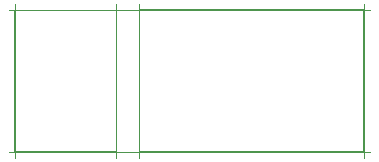
<source format=gbr>
%TF.GenerationSoftware,KiCad,Pcbnew,8.0.3*%
%TF.CreationDate,2025-04-30T21:25:13+02:00*%
%TF.ProjectId,test_1,74657374-5f31-42e6-9b69-6361645f7063,rev?*%
%TF.SameCoordinates,Original*%
%TF.FileFunction,Profile,NP*%
%FSLAX46Y46*%
G04 Gerber Fmt 4.6, Leading zero omitted, Abs format (unit mm)*
G04 Created by KiCad (PCBNEW 8.0.3) date 2025-04-30 21:25:13*
%MOMM*%
%LPD*%
G01*
G04 APERTURE LIST*
%TA.AperFunction,Profile*%
%ADD10C,0.140000*%
%TD*%
%TA.AperFunction,Profile*%
%ADD11C,0.050000*%
%TD*%
G04 APERTURE END LIST*
D10*
X120500000Y-102250000D02*
X129000000Y-102250000D01*
X120500000Y-90250000D02*
X120500000Y-102250000D01*
D11*
X131000000Y-89750000D02*
X131000000Y-102750000D01*
X120500000Y-89750000D02*
X120500000Y-102750000D01*
X129000000Y-89750000D02*
X129000000Y-102750000D01*
D10*
X150000000Y-90250000D02*
X131000000Y-90250000D01*
X131000000Y-102250000D02*
X150000000Y-102250000D01*
D11*
X150500000Y-102250000D02*
X120000000Y-102250000D01*
X120000000Y-90250000D02*
X150500000Y-90250000D01*
X150000000Y-89750000D02*
X150000000Y-102750000D01*
D10*
X150000000Y-102250000D02*
X150000000Y-90250000D01*
M02*

</source>
